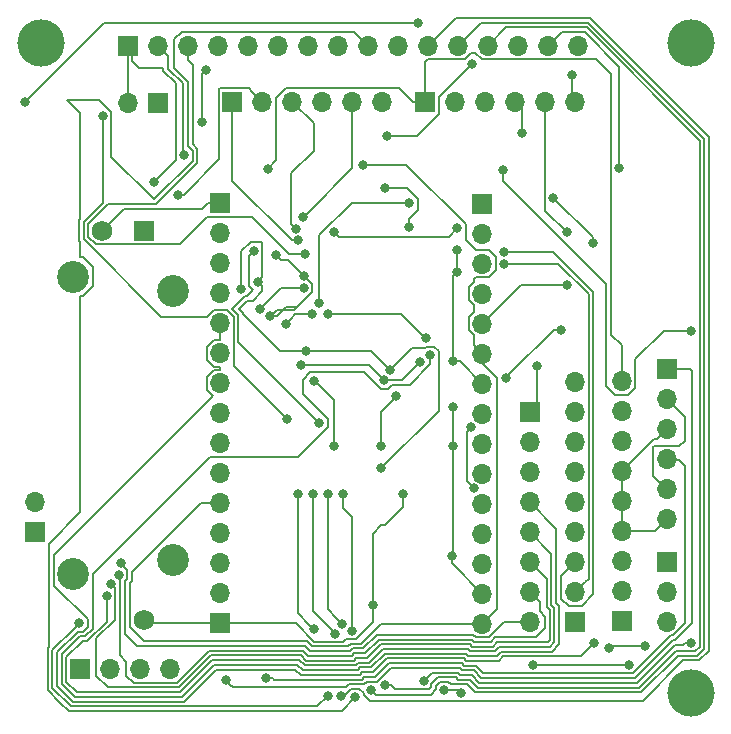
<source format=gbr>
G04 #@! TF.GenerationSoftware,KiCad,Pcbnew,(5.1.0)-1*
G04 #@! TF.CreationDate,2019-05-16T14:17:18+05:30*
G04 #@! TF.ProjectId,Console,436f6e73-6f6c-4652-9e6b-696361645f70,2.0.1*
G04 #@! TF.SameCoordinates,Original*
G04 #@! TF.FileFunction,Copper,L2,Bot*
G04 #@! TF.FilePolarity,Positive*
%FSLAX46Y46*%
G04 Gerber Fmt 4.6, Leading zero omitted, Abs format (unit mm)*
G04 Created by KiCad (PCBNEW (5.1.0)-1) date 2019-05-16 14:17:18*
%MOMM*%
%LPD*%
G04 APERTURE LIST*
%ADD10O,1.700000X1.700000*%
%ADD11R,1.700000X1.700000*%
%ADD12R,1.750000X1.750000*%
%ADD13C,1.750000*%
%ADD14C,2.700000*%
%ADD15C,4.000000*%
%ADD16C,0.800000*%
%ADD17C,0.200000*%
G04 APERTURE END LIST*
D10*
X59690000Y-71628000D03*
D11*
X59690000Y-74168000D03*
D10*
X109347000Y-61442600D03*
X109347000Y-63982600D03*
X109347000Y-66522600D03*
X109347000Y-69062600D03*
X109347000Y-71602600D03*
X109347000Y-74142600D03*
X109347000Y-76682600D03*
X109347000Y-79222600D03*
D11*
X109347000Y-81762600D03*
D10*
X113157000Y-81788000D03*
X113157000Y-79248000D03*
D11*
X113157000Y-76708000D03*
D10*
X101574600Y-81813400D03*
X101574600Y-79273400D03*
X101574600Y-76733400D03*
X101574600Y-74193400D03*
X101574600Y-71653400D03*
X101574600Y-69113400D03*
X101574600Y-66573400D03*
D11*
X101574600Y-64033400D03*
D10*
X113182400Y-73101200D03*
X113182400Y-70561200D03*
X113182400Y-68021200D03*
X113182400Y-65481200D03*
X113182400Y-62941200D03*
D11*
X113182400Y-60401200D03*
D10*
X97561400Y-81940400D03*
X97561400Y-79400400D03*
X97561400Y-76860400D03*
X97561400Y-74320400D03*
X97561400Y-71780400D03*
X97561400Y-69240400D03*
X97561400Y-66700400D03*
X97561400Y-64160400D03*
X97561400Y-61620400D03*
X97561400Y-59080400D03*
X97561400Y-56540400D03*
X97561400Y-54000400D03*
X97561400Y-51460400D03*
X97561400Y-48920400D03*
D11*
X97561400Y-46380400D03*
X75361800Y-81915000D03*
D10*
X75361800Y-79375000D03*
X75361800Y-76835000D03*
X75361800Y-74295000D03*
X75361800Y-71755000D03*
X75361800Y-69215000D03*
X75361800Y-66675000D03*
X75361800Y-64135000D03*
X75361800Y-61595000D03*
X75361800Y-59055000D03*
X75361800Y-56515000D03*
X75361800Y-53975000D03*
X75361800Y-51435000D03*
X75361800Y-48895000D03*
X75361800Y-46355000D03*
X105664000Y-33020000D03*
X103124000Y-33020000D03*
X100584000Y-33020000D03*
X98044000Y-33020000D03*
X95504000Y-33020000D03*
X92964000Y-33020000D03*
X90424000Y-33020000D03*
X87884000Y-33020000D03*
X85344000Y-33020000D03*
X82804000Y-33020000D03*
X80264000Y-33020000D03*
X77724000Y-33020000D03*
X75184000Y-33020000D03*
X72644000Y-33020000D03*
X70104000Y-33020000D03*
D11*
X67564000Y-33020000D03*
D10*
X105410000Y-37744400D03*
X102870000Y-37744400D03*
X100330000Y-37744400D03*
X97790000Y-37744400D03*
X95250000Y-37744400D03*
D11*
X92710000Y-37744400D03*
D10*
X89103200Y-37744400D03*
X86563200Y-37744400D03*
X84023200Y-37744400D03*
X81483200Y-37744400D03*
X78943200Y-37744400D03*
D11*
X76403200Y-37744400D03*
D10*
X97561400Y-46380400D03*
X97561400Y-69240400D03*
X97561400Y-76860400D03*
X97561400Y-59080400D03*
X97561400Y-56540400D03*
X97561400Y-71780400D03*
X97561400Y-64160400D03*
X97561400Y-74320400D03*
X97561400Y-81940400D03*
X97561400Y-54000400D03*
X97561400Y-61620400D03*
X97561400Y-51460400D03*
X97561400Y-66700400D03*
X97561400Y-48920400D03*
X97561400Y-79400400D03*
X75361800Y-66675000D03*
X75361800Y-74295000D03*
X75361800Y-51435000D03*
X75361800Y-71755000D03*
X75361800Y-79375000D03*
D11*
X75361800Y-46355000D03*
D10*
X75361800Y-61595000D03*
X75361800Y-69215000D03*
X75361800Y-81915000D03*
X75361800Y-76835000D03*
X75361800Y-59055000D03*
X75361800Y-56515000D03*
X75361800Y-48895000D03*
X75361800Y-53975000D03*
X75361800Y-64135000D03*
D11*
X70104000Y-37846000D03*
D10*
X67564000Y-37846000D03*
D11*
X105410000Y-81838800D03*
D10*
X105410000Y-79298800D03*
X105410000Y-76758800D03*
X105410000Y-74218800D03*
X105410000Y-71678800D03*
X105410000Y-69138800D03*
X105410000Y-66598800D03*
X105410000Y-64058800D03*
X105410000Y-61518800D03*
D11*
X63500000Y-85801200D03*
D10*
X66040000Y-85801200D03*
X68580000Y-85801200D03*
X71120000Y-85801200D03*
D12*
X68884800Y-48666400D03*
D13*
X65384800Y-48666400D03*
X68884800Y-81666400D03*
D14*
X71334800Y-53766400D03*
X71334800Y-76566400D03*
X62934800Y-52566400D03*
X62934800Y-77766400D03*
D15*
X60198000Y-32766000D03*
X115189000Y-32766000D03*
X115189000Y-87807800D03*
D16*
X91389200Y-46329600D03*
X88265000Y-80341200D03*
X90805000Y-70941200D03*
X89001600Y-68778600D03*
X83770409Y-54768612D03*
X89718412Y-60454814D03*
X82628439Y-58893842D03*
X77139314Y-53601994D03*
X78536801Y-52998011D03*
X72328010Y-42252412D03*
X69748400Y-44551600D03*
X95046800Y-59718798D03*
X95402400Y-52176200D03*
X95453200Y-50338200D03*
X89306400Y-45059600D03*
X91338400Y-48401210D03*
X100888800Y-40390600D03*
X103581200Y-45872400D03*
X106889200Y-49683200D03*
X95046800Y-63618798D03*
X95046800Y-66908200D03*
X71781200Y-45612400D03*
X92318456Y-59766330D03*
X89276737Y-61352003D03*
X82245200Y-60045600D03*
X82426326Y-52531131D03*
X79584201Y-55919610D03*
X80124625Y-50736175D03*
X94956390Y-76200000D03*
X104228582Y-57061418D03*
X99530938Y-61162696D03*
X92075000Y-31115000D03*
X96659476Y-34556476D03*
X89481900Y-40690800D03*
X58881123Y-37737953D03*
X99314000Y-43561000D03*
X115189000Y-57150000D03*
X109982000Y-85457256D03*
X101854000Y-85457256D03*
X73787000Y-39497000D03*
X74122923Y-35071027D03*
X83769200Y-64973200D03*
X79372700Y-43434000D03*
X78192390Y-50397985D03*
X82386410Y-47548800D03*
X81796028Y-48509403D03*
X81990156Y-49490392D03*
X99411401Y-51460400D03*
X99357518Y-50461851D03*
X107010200Y-83608979D03*
X81026000Y-64643000D03*
X65450199Y-38978313D03*
X85725000Y-70941200D03*
X86516431Y-82547111D03*
X92609557Y-86789215D03*
X115265200Y-83566000D03*
X84455000Y-70941200D03*
X85672447Y-81941212D03*
X89300792Y-87170440D03*
X83185000Y-70941200D03*
X85116419Y-82780857D03*
X88148048Y-87549194D03*
X81915000Y-70941200D03*
X83312000Y-82423000D03*
X85625060Y-88086951D03*
X75819000Y-86741000D03*
X79248000Y-86558087D03*
X104749600Y-53238400D03*
X104721900Y-48818800D03*
X80919671Y-56559020D03*
X83107125Y-55759522D03*
X84507136Y-55727724D03*
X92752355Y-57786443D03*
X105156000Y-35494389D03*
X82424432Y-53531141D03*
X78740000Y-55321200D03*
X111365584Y-83858181D03*
X108254798Y-84008990D03*
X95453200Y-48463200D03*
X85043276Y-48818610D03*
X89001600Y-66903600D03*
X90290550Y-62710864D03*
X84988400Y-66903600D03*
X83312000Y-61366400D03*
X109169200Y-43383200D03*
X94342282Y-87590390D03*
X95782829Y-87790525D03*
X86813596Y-88180979D03*
X84455000Y-88086951D03*
X63438010Y-81915000D03*
X82556582Y-50666418D03*
X87431400Y-43078400D03*
X66767416Y-77833820D03*
X66944084Y-76849537D03*
X66143032Y-78614953D03*
X65743022Y-79591014D03*
X93167200Y-59182000D03*
X102209600Y-60096400D03*
X96621600Y-65303400D03*
X96822884Y-70488238D03*
D17*
X69133400Y-81915000D02*
X75361800Y-81915000D01*
X68884800Y-81666400D02*
X69133400Y-81915000D01*
X88265000Y-74345800D02*
X88265000Y-80341200D01*
X89001600Y-73609200D02*
X88265000Y-74345800D01*
X89306400Y-73609200D02*
X89001600Y-73609200D01*
X90805000Y-70941200D02*
X90805000Y-72110600D01*
X90805000Y-72110600D02*
X89306400Y-73609200D01*
X86823913Y-83249093D02*
X85990169Y-83249093D01*
X81767996Y-81915000D02*
X76563881Y-81915000D01*
X85990169Y-83249093D02*
X85758395Y-83480867D01*
X85758395Y-83480867D02*
X83333863Y-83480867D01*
X76563881Y-81915000D02*
X75361800Y-81915000D01*
X83333863Y-83480867D02*
X81767996Y-81915000D01*
X88265000Y-80341200D02*
X88265000Y-81808006D01*
X88265000Y-81808006D02*
X86823913Y-83249093D01*
X86496284Y-46329600D02*
X83770409Y-49055475D01*
X83770409Y-49055475D02*
X83770409Y-54202927D01*
X91389200Y-46329600D02*
X86496284Y-46329600D01*
X83770409Y-54202927D02*
X83770409Y-54768612D01*
X91618450Y-58583599D02*
X90156597Y-60045452D01*
X92729599Y-58583599D02*
X91618450Y-58583599D01*
X89727775Y-60445451D02*
X89718412Y-60454814D01*
X89001600Y-68778600D02*
X93867201Y-63912999D01*
X93503201Y-58481999D02*
X92831199Y-58481999D01*
X89756598Y-60445451D02*
X89727775Y-60445451D01*
X92831199Y-58481999D02*
X92729599Y-58583599D01*
X90156597Y-60045452D02*
X89756598Y-60445451D01*
X93867201Y-58845999D02*
X93503201Y-58481999D01*
X93867201Y-63912999D02*
X93867201Y-58845999D01*
X88157440Y-58893842D02*
X83194124Y-58893842D01*
X89718412Y-60454814D02*
X88157440Y-58893842D01*
X83194124Y-58893842D02*
X82628439Y-58893842D01*
X78936800Y-49706798D02*
X78936800Y-52598012D01*
X77962374Y-49591999D02*
X78822001Y-49591999D01*
X78822001Y-49591999D02*
X78936800Y-49706798D01*
X77139314Y-50415059D02*
X77962374Y-49591999D01*
X77139314Y-53601994D02*
X77139314Y-50415059D01*
X78936800Y-52598012D02*
X78536801Y-52998011D01*
X78936800Y-53398010D02*
X78536801Y-52998011D01*
X78936800Y-53794248D02*
X78936800Y-53398010D01*
X78109851Y-54621197D02*
X78936800Y-53794248D01*
X77641999Y-54621197D02*
X78109851Y-54621197D01*
X76971699Y-55291497D02*
X77641999Y-54621197D01*
X77311823Y-55631621D02*
X76971699Y-55291497D01*
X80463840Y-58893842D02*
X77311823Y-55741825D01*
X82628439Y-58893842D02*
X80463840Y-58893842D01*
X77311823Y-55741825D02*
X77311823Y-55631621D01*
X72201010Y-36202310D02*
X72201010Y-42125412D01*
X70104000Y-33020000D02*
X70953999Y-33869999D01*
X72201010Y-42125412D02*
X72328010Y-42252412D01*
X70953999Y-33869999D02*
X70953999Y-34955299D01*
X70953999Y-34955299D02*
X72201010Y-36202310D01*
X97561400Y-61620400D02*
X95659798Y-59718798D01*
X95659798Y-59718798D02*
X95046800Y-59718798D01*
X95046800Y-59718798D02*
X95046800Y-52531800D01*
X95046800Y-52531800D02*
X95402400Y-52176200D01*
X95402400Y-52176200D02*
X95402400Y-50389000D01*
X95402400Y-50389000D02*
X95453200Y-50338200D01*
X91338400Y-47712390D02*
X91338400Y-48401210D01*
X91155202Y-45059600D02*
X92089201Y-45993599D01*
X92089201Y-46961589D02*
X91338400Y-47712390D01*
X92089201Y-45993599D02*
X92089201Y-46961589D01*
X89306400Y-45059600D02*
X91155202Y-45059600D01*
X100888800Y-38303200D02*
X100330000Y-37744400D01*
X100888800Y-40390600D02*
X100888800Y-38303200D01*
X103581200Y-45872400D02*
X106889200Y-49180400D01*
X106889200Y-49180400D02*
X106889200Y-49683200D01*
X95046800Y-63618798D02*
X95046800Y-66908200D01*
X78093201Y-36894401D02*
X78943200Y-37744400D01*
X77793199Y-36594399D02*
X78093201Y-36894401D01*
X75313199Y-36594399D02*
X77793199Y-36594399D01*
X75253199Y-36654399D02*
X75313199Y-36594399D01*
X75253199Y-42640401D02*
X75253199Y-36654399D01*
X72281200Y-45612400D02*
X75253199Y-42640401D01*
X71781200Y-45612400D02*
X72281200Y-45612400D01*
X89306751Y-61321989D02*
X90762797Y-61321989D01*
X91918457Y-60166329D02*
X92318456Y-59766330D01*
X90762797Y-61321989D02*
X91918457Y-60166329D01*
X89276737Y-61352003D02*
X89306751Y-61321989D01*
X89276737Y-61352003D02*
X87970334Y-60045600D01*
X82810885Y-60045600D02*
X82245200Y-60045600D01*
X87970334Y-60045600D02*
X82810885Y-60045600D01*
X80907085Y-55162411D02*
X80149886Y-55919610D01*
X81829166Y-55162411D02*
X80907085Y-55162411D01*
X80149886Y-55919610D02*
X79584201Y-55919610D01*
X83124434Y-53867143D02*
X81829166Y-55162411D01*
X83124434Y-53229239D02*
X83124434Y-53867143D01*
X82426326Y-52531131D02*
X83124434Y-53229239D01*
X80144299Y-55359512D02*
X79984200Y-55519611D01*
X79984200Y-55519611D02*
X79584201Y-55919610D01*
X81632063Y-55359512D02*
X80144299Y-55359512D01*
X83124433Y-53867142D02*
X81632063Y-55359512D01*
X83124433Y-53195140D02*
X83124433Y-53867142D01*
X81065467Y-51136174D02*
X83124433Y-53195140D01*
X80524624Y-51136174D02*
X81065467Y-51136174D01*
X80124625Y-50736175D02*
X80524624Y-51136174D01*
X95046800Y-76109590D02*
X94956390Y-76200000D01*
X97561400Y-79400400D02*
X94956390Y-76795390D01*
X94956390Y-76795390D02*
X94956390Y-76765685D01*
X95046800Y-66908200D02*
X95046800Y-76109590D01*
X94956390Y-76765685D02*
X94956390Y-76200000D01*
X112307001Y-69762001D02*
X113157000Y-70612000D01*
X112006999Y-66981999D02*
X112006999Y-69461999D01*
X112579599Y-66921999D02*
X112066999Y-66921999D01*
X112066999Y-66921999D02*
X112006999Y-66981999D01*
X112630399Y-66871199D02*
X112579599Y-66921999D01*
X113182400Y-62941200D02*
X114707011Y-64465811D01*
X114707011Y-66461989D02*
X114247001Y-66921999D01*
X114247001Y-66921999D02*
X113785201Y-66921999D01*
X114707011Y-64465811D02*
X114707011Y-66461989D01*
X113785201Y-66921999D02*
X113734401Y-66871199D01*
X112006999Y-69461999D02*
X112307001Y-69762001D01*
X113734401Y-66871199D02*
X112630399Y-66871199D01*
X103632216Y-57061418D02*
X99930937Y-60762697D01*
X99930937Y-60762697D02*
X99530938Y-61162696D01*
X104228582Y-57061418D02*
X103632216Y-57061418D01*
X67564000Y-36643919D02*
X67564000Y-33020000D01*
X67564000Y-37846000D02*
X67564000Y-36643919D01*
X71628000Y-42672000D02*
X69748400Y-44551600D01*
X71628000Y-36194998D02*
X71628000Y-42672000D01*
X70553989Y-35120988D02*
X71628000Y-36194998D01*
X70553989Y-34993989D02*
X70553989Y-35120988D01*
X67564000Y-33274000D02*
X67862001Y-33572001D01*
X67862001Y-33572001D02*
X67862001Y-34334001D01*
X67862001Y-34334001D02*
X68453000Y-34925000D01*
X68453000Y-34925000D02*
X70485000Y-34925000D01*
X67564000Y-33020000D02*
X67564000Y-33274000D01*
X70485000Y-34925000D02*
X70553989Y-34993989D01*
X92003602Y-40690800D02*
X89481900Y-40690800D01*
X93860001Y-38834401D02*
X92003602Y-40690800D01*
X93860001Y-37355951D02*
X93860001Y-38834401D01*
X96659476Y-34556476D02*
X93860001Y-37355951D01*
X65504076Y-31115000D02*
X59281122Y-37337954D01*
X92075000Y-31115000D02*
X65504076Y-31115000D01*
X59281122Y-37337954D02*
X58881123Y-37737953D01*
X112903000Y-57150000D02*
X115189000Y-57150000D01*
X99314000Y-44446902D02*
X108069189Y-53202091D01*
X99314000Y-43561000D02*
X99314000Y-44446902D01*
X108069189Y-53202091D02*
X108069189Y-61866791D01*
X108069189Y-61866791D02*
X108794999Y-62592601D01*
X110497001Y-61994601D02*
X110497001Y-59555999D01*
X108794999Y-62592601D02*
X109899001Y-62592601D01*
X110497001Y-59555999D02*
X112903000Y-57150000D01*
X109899001Y-62592601D02*
X110497001Y-61994601D01*
X109982000Y-85457256D02*
X101854000Y-85457256D01*
X73787000Y-39497000D02*
X73787000Y-35406950D01*
X73787000Y-35406950D02*
X74122923Y-35071027D01*
X91660000Y-37744400D02*
X92710000Y-37744400D01*
X90509999Y-36594399D02*
X91660000Y-37744400D01*
X80931199Y-36594399D02*
X90509999Y-36594399D01*
X80093201Y-37432397D02*
X80931199Y-36594399D01*
X80093201Y-42713499D02*
X80093201Y-37432397D01*
X79372700Y-43434000D02*
X80093201Y-42713499D01*
X76405999Y-55291497D02*
X77476310Y-54221186D01*
X83769200Y-64973200D02*
X76911812Y-58115812D01*
X76911812Y-55797310D02*
X76405999Y-55291497D01*
X77626825Y-54221186D02*
X78149998Y-53698013D01*
X78149998Y-53698013D02*
X77785998Y-53334013D01*
X77785998Y-50804377D02*
X78192390Y-50397985D01*
X77785998Y-53334013D02*
X77785998Y-50804377D01*
X76911812Y-58115812D02*
X76911812Y-55797310D01*
X77476310Y-54221186D02*
X77626825Y-54221186D01*
X109347000Y-59436000D02*
X109347000Y-61442600D01*
X108469199Y-35444199D02*
X108469199Y-57508199D01*
X107188000Y-34163000D02*
X108469199Y-35444199D01*
X106223002Y-34163000D02*
X107188000Y-34163000D01*
X101143002Y-34163000D02*
X102564998Y-34163000D01*
X96976998Y-33655000D02*
X97491999Y-34170001D01*
X100031999Y-34170001D02*
X101136001Y-34170001D01*
X105111999Y-34170001D02*
X106216001Y-34170001D01*
X93523002Y-34163000D02*
X94944998Y-34163000D01*
X103676001Y-34170001D02*
X103683002Y-34163000D01*
X93516001Y-34170001D02*
X93523002Y-34163000D01*
X102564998Y-34163000D02*
X102571999Y-34170001D01*
X92956999Y-34170001D02*
X93516001Y-34170001D01*
X108469199Y-57508199D02*
X109347000Y-58386000D01*
X94951999Y-34170001D02*
X96056001Y-34170001D01*
X103683002Y-34163000D02*
X105104998Y-34163000D01*
X92710000Y-37744400D02*
X92710000Y-34417000D01*
X97491999Y-34170001D02*
X98596001Y-34170001D01*
X109347000Y-58386000D02*
X109347000Y-59436000D01*
X96056001Y-34170001D02*
X96571002Y-33655000D01*
X105104998Y-34163000D02*
X105111999Y-34170001D01*
X96571002Y-33655000D02*
X96976998Y-33655000D01*
X92710000Y-34417000D02*
X92956999Y-34170001D01*
X98596001Y-34170001D02*
X98603002Y-34163000D01*
X100024998Y-34163000D02*
X100031999Y-34170001D01*
X106216001Y-34170001D02*
X106223002Y-34163000D01*
X94944998Y-34163000D02*
X94951999Y-34170001D01*
X98603002Y-34163000D02*
X100024998Y-34163000D01*
X102571999Y-34170001D02*
X103676001Y-34170001D01*
X101136001Y-34170001D02*
X101143002Y-34163000D01*
X86563200Y-43372010D02*
X82786409Y-47148801D01*
X82786409Y-47148801D02*
X82386410Y-47548800D01*
X86563200Y-37744400D02*
X86563200Y-43372010D01*
X81396029Y-48109404D02*
X81796028Y-48509403D01*
X81483200Y-37744400D02*
X83293601Y-39554801D01*
X83293601Y-39554801D02*
X83293601Y-41903201D01*
X83293601Y-41903201D02*
X81396029Y-43800773D01*
X81396029Y-43800773D02*
X81396029Y-48109404D01*
X76403200Y-37744400D02*
X76403200Y-44469121D01*
X76403200Y-44469121D02*
X81424471Y-49490392D01*
X81424471Y-49490392D02*
X81990156Y-49490392D01*
X106259999Y-78448801D02*
X105410000Y-79298800D01*
X106560001Y-78148799D02*
X106259999Y-78448801D01*
X106560001Y-54012799D02*
X106560001Y-78148799D01*
X104007602Y-51460400D02*
X106560001Y-54012799D01*
X99411401Y-51460400D02*
X104007602Y-51460400D01*
X104560001Y-77608799D02*
X105410000Y-76758800D01*
X104259999Y-77908801D02*
X104560001Y-77608799D01*
X104259999Y-79850801D02*
X104259999Y-77908801D01*
X104857999Y-80448801D02*
X104259999Y-79850801D01*
X105962001Y-80448801D02*
X104857999Y-80448801D01*
X106960011Y-79450791D02*
X105962001Y-80448801D01*
X106960011Y-53847110D02*
X106960011Y-79450791D01*
X103574751Y-50461851D02*
X106960011Y-53847110D01*
X99357518Y-50461851D02*
X103574751Y-50461851D01*
X106610201Y-84008978D02*
X107010200Y-83608979D01*
X98941846Y-85090456D02*
X99323302Y-84709000D01*
X96180954Y-85090456D02*
X98941846Y-85090456D01*
X95980831Y-84890333D02*
X96180954Y-85090456D01*
X88300698Y-86049170D02*
X89459535Y-84890333D01*
X87398383Y-86049170D02*
X88300698Y-86049170D01*
X99323302Y-84709000D02*
X105910179Y-84709000D01*
X82174040Y-86280944D02*
X87166609Y-86280944D01*
X81734387Y-85841291D02*
X82174040Y-86280944D01*
X75044711Y-85841291D02*
X81734387Y-85841291D01*
X62878648Y-88551245D02*
X72334757Y-88551245D01*
X61549977Y-84379821D02*
X61549977Y-87222574D01*
X61549977Y-87222574D02*
X62878648Y-88551245D01*
X63314796Y-82615002D02*
X61549977Y-84379821D01*
X63774012Y-82615002D02*
X63314796Y-82615002D01*
X74809799Y-60205001D02*
X75361800Y-60205001D01*
X75361800Y-60205001D02*
X75361800Y-60444999D01*
X74211799Y-59607001D02*
X74809799Y-60205001D01*
X64138012Y-81578998D02*
X64138012Y-82251002D01*
X74211799Y-58502999D02*
X74211799Y-59607001D01*
X74211799Y-62147001D02*
X74739399Y-62674601D01*
X74809799Y-57904999D02*
X74211799Y-58502999D01*
X105910179Y-84709000D02*
X106610201Y-84008978D01*
X64138012Y-82251002D02*
X63774012Y-82615002D01*
X89459535Y-84890333D02*
X95980831Y-84890333D01*
X75361800Y-60444999D02*
X74809799Y-60444999D01*
X72334757Y-88551245D02*
X75044711Y-85841291D01*
X74809799Y-60444999D02*
X74211799Y-61042999D01*
X61284799Y-76129201D02*
X61284799Y-78725785D01*
X74211799Y-61042999D02*
X74211799Y-62147001D01*
X87166609Y-86280944D02*
X87398383Y-86049170D01*
X75361800Y-57904999D02*
X74809799Y-57904999D01*
X74739399Y-62674601D02*
X61284799Y-76129201D01*
X75361800Y-56515000D02*
X75361800Y-57904999D01*
X61284799Y-78725785D02*
X64138012Y-81578998D01*
X81026000Y-64643000D02*
X76511801Y-60128801D01*
X74809799Y-55364999D02*
X74211799Y-55962999D01*
X63809788Y-49396090D02*
X63809788Y-47936710D01*
X65450199Y-39543998D02*
X65450199Y-38978313D01*
X65450199Y-46296299D02*
X65450199Y-39543998D01*
X75913801Y-55364999D02*
X74809799Y-55364999D01*
X76511801Y-55962999D02*
X75913801Y-55364999D01*
X63809788Y-47936710D02*
X65450199Y-46296299D01*
X74211799Y-55962999D02*
X70376698Y-55962999D01*
X70376698Y-55962999D02*
X63809788Y-49396090D01*
X76511801Y-60128801D02*
X76511801Y-55962999D01*
X85725000Y-72141200D02*
X86516431Y-72932631D01*
X86516431Y-81981426D02*
X86516431Y-82547111D01*
X86516431Y-72932631D02*
X86516431Y-81981426D01*
X85725000Y-70941200D02*
X85725000Y-72141200D01*
X114527492Y-83738023D02*
X114699515Y-83566000D01*
X110684822Y-86957278D02*
X113904077Y-83738023D01*
X92609557Y-86789215D02*
X93308406Y-86090366D01*
X97317121Y-86957278D02*
X110684822Y-86957278D01*
X93308406Y-86090366D02*
X95483764Y-86090366D01*
X114699515Y-83566000D02*
X115265200Y-83566000D01*
X95483764Y-86090366D02*
X95683887Y-86290489D01*
X95683887Y-86290489D02*
X96650332Y-86290489D01*
X113904077Y-83738023D02*
X114527492Y-83738023D01*
X96650332Y-86290489D02*
X97317121Y-86957278D01*
X84455000Y-70941200D02*
X84455000Y-80723765D01*
X85272448Y-81541213D02*
X85672447Y-81941212D01*
X84455000Y-80723765D02*
X85272448Y-81541213D01*
X97151432Y-87357289D02*
X96484643Y-86690500D01*
X99594009Y-31469991D02*
X106381690Y-31469991D01*
X110850511Y-87357289D02*
X97151432Y-87357289D01*
X106381690Y-31469991D02*
X115965201Y-41053502D01*
X93242269Y-87088699D02*
X93242269Y-87317929D01*
X95518198Y-86690500D02*
X95318075Y-86490377D01*
X98044000Y-33020000D02*
X99594009Y-31469991D01*
X90186415Y-87490378D02*
X89866477Y-87170440D01*
X115601201Y-84266001D02*
X113941799Y-84266001D01*
X113941799Y-84266001D02*
X110850511Y-87357289D01*
X115965201Y-41053502D02*
X115965201Y-83902001D01*
X89866477Y-87170440D02*
X89300792Y-87170440D01*
X93069820Y-87490378D02*
X90186415Y-87490378D01*
X93840591Y-86490377D02*
X93242269Y-87088699D01*
X93242269Y-87317929D02*
X93069820Y-87490378D01*
X95318075Y-86490377D02*
X93840591Y-86490377D01*
X96484643Y-86690500D02*
X95518198Y-86690500D01*
X115965201Y-83902001D02*
X115601201Y-84266001D01*
X83185000Y-70941200D02*
X83185000Y-80849438D01*
X83185000Y-80849438D02*
X84716420Y-82380858D01*
X84716420Y-82380858D02*
X85116419Y-82780857D01*
X116365212Y-84067690D02*
X115766890Y-84666012D01*
X93642280Y-87254388D02*
X93642280Y-87483618D01*
X95504000Y-33020000D02*
X97454020Y-31069980D01*
X116365212Y-40887813D02*
X116365212Y-84067690D01*
X94678284Y-86890388D02*
X94006280Y-86890388D01*
X93176705Y-87949193D02*
X88548047Y-87949193D01*
X93642280Y-87483618D02*
X93176705Y-87949193D01*
X88548047Y-87949193D02*
X88148048Y-87549194D01*
X96936120Y-87757300D02*
X96269331Y-87090511D01*
X94006280Y-86890388D02*
X93642280Y-87254388D01*
X94878407Y-87090511D02*
X94678284Y-86890388D01*
X96269331Y-87090511D02*
X94878407Y-87090511D01*
X111016200Y-87757300D02*
X96936120Y-87757300D01*
X114107488Y-84666012D02*
X111016200Y-87757300D01*
X115766890Y-84666012D02*
X114107488Y-84666012D01*
X106547379Y-31069980D02*
X116365212Y-40887813D01*
X97454020Y-31069980D02*
X106547379Y-31069980D01*
X81915000Y-70941200D02*
X81915000Y-81026000D01*
X82912001Y-82023001D02*
X83312000Y-82423000D01*
X81915000Y-81026000D02*
X82912001Y-82023001D01*
X88032148Y-88490527D02*
X87513598Y-87971977D01*
X87513598Y-87971977D02*
X87513598Y-87844977D01*
X95314031Y-30669969D02*
X106713068Y-30669969D01*
X106713068Y-30669969D02*
X116765223Y-40722124D01*
X116765223Y-40722124D02*
X116765223Y-84233379D01*
X87513598Y-87844977D02*
X87149598Y-87480977D01*
X115932579Y-85066023D02*
X114547021Y-85066023D01*
X86477594Y-87480977D02*
X85871620Y-88086951D01*
X114547021Y-85066023D02*
X111122517Y-88490527D01*
X92964000Y-33020000D02*
X95314031Y-30669969D01*
X85871620Y-88086951D02*
X85625060Y-88086951D01*
X116765223Y-84233379D02*
X115932579Y-85066023D01*
X87149598Y-87480977D02*
X86477594Y-87480977D01*
X111122517Y-88490527D02*
X88032148Y-88490527D01*
X76218999Y-87140999D02*
X75819000Y-86741000D01*
X76412966Y-87334966D02*
X76218999Y-87140999D01*
X113738388Y-83338012D02*
X110519133Y-86557267D01*
X87812046Y-86849192D02*
X87580272Y-87080966D01*
X95649453Y-85690355D02*
X89790913Y-85690355D01*
X115316000Y-81896702D02*
X113874690Y-83338012D01*
X113182400Y-60401200D02*
X115172200Y-60401200D01*
X115172200Y-60401200D02*
X115316000Y-60545000D01*
X110519133Y-86557267D02*
X97482810Y-86557267D01*
X115316000Y-60545000D02*
X115316000Y-81896702D01*
X89790913Y-85690355D02*
X88632076Y-86849192D01*
X113874690Y-83338012D02*
X113738388Y-83338012D01*
X97482810Y-86557267D02*
X96816021Y-85890478D01*
X86057905Y-87334966D02*
X76412966Y-87334966D01*
X96816021Y-85890478D02*
X95849576Y-85890478D01*
X95849576Y-85890478D02*
X95649453Y-85690355D01*
X88632076Y-86849192D02*
X87812046Y-86849192D01*
X87580272Y-87080966D02*
X86311905Y-87080966D01*
X86311905Y-87080966D02*
X86057905Y-87334966D01*
X79813685Y-86558087D02*
X79248000Y-86558087D01*
X113572699Y-82938001D02*
X110353444Y-86157256D01*
X113709001Y-82938001D02*
X113572699Y-82938001D01*
X88466387Y-86449181D02*
X87564072Y-86449181D01*
X114731800Y-81915202D02*
X113709001Y-82938001D01*
X79936553Y-86680955D02*
X79813685Y-86558087D01*
X114731800Y-68596800D02*
X114731800Y-81915202D01*
X113157000Y-68072000D02*
X114207000Y-68072000D01*
X114207000Y-68072000D02*
X114731800Y-68596800D01*
X87564072Y-86449181D02*
X87332298Y-86680955D01*
X110353444Y-86157256D02*
X97648499Y-86157256D01*
X97648499Y-86157256D02*
X96981710Y-85490467D01*
X89625224Y-85290344D02*
X88466387Y-86449181D01*
X96981710Y-85490467D02*
X96015265Y-85490467D01*
X96015265Y-85490467D02*
X95815142Y-85290344D01*
X95815142Y-85290344D02*
X89625224Y-85290344D01*
X87332298Y-86680955D02*
X79936553Y-86680955D01*
X66259799Y-47791401D02*
X65384800Y-48666400D01*
X74311800Y-46355000D02*
X73841980Y-46824820D01*
X67226380Y-46824820D02*
X66259799Y-47791401D01*
X73841980Y-46824820D02*
X67226380Y-46824820D01*
X75361800Y-46355000D02*
X74311800Y-46355000D01*
X102870000Y-37744400D02*
X102870000Y-46966900D01*
X102870000Y-46966900D02*
X104721900Y-48818800D01*
X81319670Y-56159021D02*
X80919671Y-56559020D01*
X83107125Y-55759522D02*
X81719169Y-55759522D01*
X81719169Y-55759522D02*
X81319670Y-56159021D01*
X92352356Y-57386444D02*
X92752355Y-57786443D01*
X84507136Y-55727724D02*
X90693636Y-55727724D01*
X90693636Y-55727724D02*
X92352356Y-57386444D01*
X100863400Y-53238400D02*
X98411399Y-55690401D01*
X98411399Y-55690401D02*
X97561400Y-56540400D01*
X104749600Y-53238400D02*
X100863400Y-53238400D01*
X105156000Y-37490400D02*
X105410000Y-37744400D01*
X105156000Y-35494389D02*
X105156000Y-37490400D01*
X79139999Y-54921201D02*
X78740000Y-55321200D01*
X82424432Y-53531141D02*
X80530059Y-53531141D01*
X80530059Y-53531141D02*
X79139999Y-54921201D01*
X108405607Y-83858181D02*
X108254798Y-84008990D01*
X111365584Y-83858181D02*
X108405607Y-83858181D01*
X95453200Y-48463200D02*
X94697791Y-49218609D01*
X94697791Y-49218609D02*
X85443275Y-49218609D01*
X85443275Y-49218609D02*
X85043276Y-48818610D01*
X89890551Y-63110863D02*
X90290550Y-62710864D01*
X89001600Y-63999814D02*
X89890551Y-63110863D01*
X89001600Y-66903600D02*
X89001600Y-63999814D01*
X84988400Y-66903600D02*
X84988400Y-63042800D01*
X84988400Y-63042800D02*
X83711999Y-61766399D01*
X83711999Y-61766399D02*
X83312000Y-61366400D01*
X109169200Y-34823198D02*
X109169200Y-43383200D01*
X106216001Y-31869999D02*
X109169200Y-34823198D01*
X104274001Y-31869999D02*
X106216001Y-31869999D01*
X103124000Y-33020000D02*
X104274001Y-31869999D01*
X112332401Y-66331199D02*
X113182400Y-65481200D01*
X112092100Y-66331199D02*
X112332401Y-66331199D01*
X110210698Y-68212601D02*
X112092100Y-66331199D01*
X110196999Y-68212601D02*
X110210698Y-68212601D01*
X109347000Y-69062600D02*
X110196999Y-68212601D01*
X109347000Y-70264681D02*
X109347000Y-71602600D01*
X109347000Y-69062600D02*
X109347000Y-70264681D01*
X109347000Y-74142600D02*
X109347000Y-71602600D01*
X112141000Y-74142600D02*
X113182400Y-73101200D01*
X109347000Y-74142600D02*
X112141000Y-74142600D01*
X95582694Y-87590390D02*
X95782829Y-87790525D01*
X94342282Y-87590390D02*
X95582694Y-87590390D01*
X62547270Y-89351267D02*
X85643308Y-89351267D01*
X85643308Y-89351267D02*
X86813596Y-88180979D01*
X61747248Y-88551245D02*
X62547270Y-89351267D01*
X60749955Y-84048443D02*
X60749955Y-87553957D01*
X60833000Y-83965398D02*
X60749955Y-84048443D01*
X60833000Y-75265002D02*
X60833000Y-83965398D01*
X63500000Y-72517000D02*
X60840001Y-75176999D01*
X63500000Y-54216401D02*
X63500000Y-72517000D01*
X63726801Y-54216401D02*
X63500000Y-54216401D01*
X64584801Y-53358401D02*
X63726801Y-54216401D01*
X64584801Y-51774399D02*
X64584801Y-53358401D01*
X63726801Y-50916399D02*
X64584801Y-51774399D01*
X61747243Y-88551245D02*
X61747248Y-88551245D01*
X63500000Y-50916399D02*
X63726801Y-50916399D01*
X63500000Y-49652002D02*
X63500000Y-50916399D01*
X63409777Y-49561779D02*
X63500000Y-49652002D01*
X72647012Y-36082612D02*
X72647012Y-41535410D01*
X71493999Y-32467999D02*
X71493999Y-34929599D01*
X65119179Y-37614399D02*
X62401999Y-37614399D01*
X72091999Y-31869999D02*
X71493999Y-32467999D01*
X86733999Y-31869999D02*
X72091999Y-31869999D01*
X62401999Y-37614399D02*
X63500000Y-38712400D01*
X87884000Y-33020000D02*
X86733999Y-31869999D01*
X60840001Y-75176999D02*
X60840001Y-75258001D01*
X63500000Y-47680798D02*
X63409777Y-47771021D01*
X72647012Y-41535410D02*
X73028012Y-41916410D01*
X63409777Y-47771021D02*
X63409777Y-49561779D01*
X73028012Y-41916410D02*
X73028012Y-42745188D01*
X60749955Y-87553957D02*
X61747243Y-88551245D01*
X73028012Y-42745188D02*
X69748400Y-46024800D01*
X69748400Y-46024800D02*
X66150201Y-42426601D01*
X66150201Y-42426601D02*
X66150201Y-38645421D01*
X71493999Y-34929599D02*
X72647012Y-36082612D01*
X66150201Y-38645421D02*
X65119179Y-37614399D01*
X60840001Y-75258001D02*
X60833000Y-75265002D01*
X63500000Y-38712400D02*
X63500000Y-47680798D01*
X63038011Y-82326087D02*
X63038011Y-82314999D01*
X63038011Y-82314999D02*
X63438010Y-81915000D01*
X61149966Y-84214132D02*
X63038011Y-82326087D01*
X84455000Y-88086951D02*
X83590695Y-88951256D01*
X83590695Y-88951256D02*
X62712954Y-88951256D01*
X62712954Y-88951256D02*
X61149966Y-87388268D01*
X61149966Y-87388268D02*
X61149966Y-84214132D01*
X73428023Y-41750721D02*
X73428023Y-42910877D01*
X69914091Y-46424809D02*
X65887389Y-46424809D01*
X73047023Y-41369721D02*
X73428023Y-41750721D01*
X65887389Y-46424809D02*
X64209799Y-48102399D01*
X64209799Y-49230401D02*
X64820799Y-49841401D01*
X73428023Y-42910877D02*
X69914091Y-46424809D01*
X73047023Y-34625104D02*
X73047023Y-41369721D01*
X64820799Y-49841401D02*
X71935399Y-49841401D01*
X64209799Y-48102399D02*
X64209799Y-49230401D01*
X81990897Y-50666418D02*
X82556582Y-50666418D01*
X71935399Y-49841401D02*
X74271799Y-47505001D01*
X72644000Y-33020000D02*
X72644000Y-34222081D01*
X78043672Y-47505001D02*
X81205089Y-50666418D01*
X74271799Y-47505001D02*
X78043672Y-47505001D01*
X81205089Y-50666418D02*
X81990897Y-50666418D01*
X72644000Y-34222081D02*
X73047023Y-34625104D01*
X91104402Y-43078400D02*
X87431400Y-43078400D01*
X96153201Y-48127199D02*
X91104402Y-43078400D01*
X96153201Y-49454201D02*
X96153201Y-48127199D01*
X97009399Y-50310399D02*
X96153201Y-49454201D01*
X96411399Y-55988399D02*
X96824800Y-55574998D01*
X96824800Y-55574998D02*
X96824800Y-54965802D01*
X96824800Y-53034998D02*
X96824800Y-52762698D01*
X98711401Y-52012401D02*
X98711401Y-50908399D01*
X96411399Y-57092401D02*
X96411399Y-55988399D01*
X96824800Y-57505802D02*
X96411399Y-57092401D01*
X96993248Y-52594250D02*
X97009399Y-52610401D01*
X98113401Y-50310399D02*
X97009399Y-50310399D01*
X97561400Y-59080400D02*
X96824800Y-58343800D01*
X96824800Y-58343800D02*
X96824800Y-57505802D01*
X96824800Y-54965802D02*
X96411399Y-54552401D01*
X96824800Y-52762698D02*
X96993248Y-52594250D01*
X96411399Y-54552401D02*
X96411399Y-53448399D01*
X96411399Y-53448399D02*
X96824800Y-53034998D01*
X97009399Y-52610401D02*
X98113401Y-52610401D01*
X98113401Y-52610401D02*
X98711401Y-52012401D01*
X98711401Y-50908399D02*
X98113401Y-50310399D01*
X98831400Y-80670400D02*
X98411399Y-81090401D01*
X97561400Y-59918398D02*
X98831400Y-61188398D01*
X97561400Y-59080400D02*
X97561400Y-59918398D01*
X98411399Y-81090401D02*
X97561400Y-81940400D01*
X98831400Y-61188398D02*
X98831400Y-80670400D01*
X67709799Y-82230401D02*
X67709799Y-78519503D01*
X73704198Y-71755000D02*
X74159719Y-71755000D01*
X67709799Y-78519503D02*
X67867428Y-78361874D01*
X86404248Y-83649104D02*
X86172474Y-83880878D01*
X97561400Y-81940400D02*
X89015268Y-81940400D01*
X87306564Y-83649104D02*
X86404248Y-83649104D01*
X89015268Y-81940400D02*
X87306564Y-83649104D01*
X86172474Y-83880878D02*
X83168174Y-83880878D01*
X74159719Y-71755000D02*
X75361800Y-71755000D01*
X67867428Y-78361874D02*
X67867428Y-77591770D01*
X67867428Y-77591770D02*
X73704198Y-71755000D01*
X83168174Y-83880878D02*
X82728519Y-83441223D01*
X68920621Y-83441223D02*
X67709799Y-82230401D01*
X82728519Y-83441223D02*
X68920621Y-83441223D01*
X101650800Y-79298800D02*
X101625400Y-79273400D01*
X101625400Y-79273400D02*
X101574600Y-79273400D01*
X88796779Y-83290289D02*
X87637942Y-84449126D01*
X66843034Y-77909438D02*
X66767416Y-77833820D01*
X102870000Y-81355998D02*
X102870000Y-82321602D01*
X87637942Y-84449126D02*
X86735627Y-84449126D01*
X102082646Y-83108956D02*
X98660546Y-83108956D01*
X68027999Y-86951201D02*
X67429999Y-86353201D01*
X74381955Y-84241247D02*
X71672001Y-86951201D01*
X96843710Y-83490412D02*
X96643587Y-83290289D01*
X102870000Y-82321602D02*
X102082646Y-83108956D01*
X86503852Y-84680900D02*
X82836796Y-84680900D01*
X71672001Y-86951201D02*
X68027999Y-86951201D01*
X67429999Y-85159199D02*
X66843034Y-84572234D01*
X98660546Y-83108956D02*
X98279090Y-83490412D01*
X66843034Y-84572234D02*
X66843034Y-77909438D01*
X102424599Y-80123399D02*
X102424599Y-80910597D01*
X96643587Y-83290289D02*
X88796779Y-83290289D01*
X67429999Y-86353201D02*
X67429999Y-85159199D01*
X86735627Y-84449126D02*
X86503852Y-84680900D01*
X82397143Y-84241247D02*
X74381955Y-84241247D01*
X98279090Y-83490412D02*
X96843710Y-83490412D01*
X101574600Y-79273400D02*
X102424599Y-80123399D01*
X82836796Y-84680900D02*
X82397143Y-84241247D01*
X102424599Y-80910597D02*
X102870000Y-81355998D01*
X96809276Y-82890278D02*
X88631090Y-82890278D01*
X99365002Y-81838800D02*
X98113401Y-83090401D01*
X86569937Y-84049115D02*
X86338163Y-84280889D01*
X101650800Y-81838800D02*
X99365002Y-81838800D01*
X98113401Y-83090401D02*
X97009399Y-83090401D01*
X97009399Y-83090401D02*
X96809276Y-82890278D01*
X68322036Y-83841234D02*
X67298801Y-82817999D01*
X67298801Y-82817999D02*
X67298801Y-78338437D01*
X67467417Y-77372870D02*
X67344083Y-77249536D01*
X67344083Y-77249536D02*
X66944084Y-76849537D01*
X67467417Y-78169821D02*
X67467417Y-77372870D01*
X67298801Y-78338437D02*
X67467417Y-78169821D01*
X82562830Y-83841234D02*
X68322036Y-83841234D01*
X83002485Y-84280889D02*
X82562830Y-83841234D01*
X86338163Y-84280889D02*
X83002485Y-84280889D01*
X87472253Y-84049115D02*
X86569937Y-84049115D01*
X88631090Y-82890278D02*
X87472253Y-84049115D01*
X71837690Y-87351212D02*
X65888010Y-87351212D01*
X66443023Y-81643091D02*
X66443023Y-78914944D01*
X101574600Y-76733400D02*
X103016011Y-78174811D01*
X103111935Y-83508967D02*
X98826235Y-83508967D01*
X65888010Y-87351212D02*
X64889999Y-86353201D01*
X98826235Y-83508967D02*
X98444779Y-83890423D01*
X64889999Y-83196115D02*
X66443023Y-81643091D01*
X74547644Y-84641258D02*
X71837690Y-87351212D01*
X96477898Y-83690300D02*
X88962468Y-83690300D01*
X64889999Y-86353201D02*
X64889999Y-83196115D01*
X86669541Y-85080911D02*
X82671107Y-85080911D01*
X82231454Y-84641258D02*
X74547644Y-84641258D01*
X86901316Y-84849137D02*
X86669541Y-85080911D01*
X82671107Y-85080911D02*
X82231454Y-84641258D01*
X103016011Y-80521511D02*
X103270011Y-80775511D01*
X98444779Y-83890423D02*
X96678021Y-83890423D01*
X96678021Y-83890423D02*
X96477898Y-83690300D01*
X66443023Y-78914944D02*
X66143032Y-78614953D01*
X87803631Y-84849137D02*
X86901316Y-84849137D01*
X88962468Y-83690300D02*
X87803631Y-84849137D01*
X103270011Y-83350891D02*
X103111935Y-83508967D01*
X103270011Y-80775511D02*
X103270011Y-83350891D01*
X103016011Y-78174811D02*
X103016011Y-80521511D01*
X62349999Y-86891201D02*
X62349999Y-84789415D01*
X101574600Y-74193400D02*
X103416022Y-76034822D01*
X65743022Y-81777392D02*
X65743022Y-80156699D01*
X72003379Y-87751223D02*
X63210021Y-87751223D01*
X74713333Y-85041269D02*
X72003379Y-87751223D01*
X87067005Y-85249148D02*
X86835230Y-85480922D01*
X62349999Y-84789415D02*
X63724390Y-83415024D01*
X98610468Y-84290434D02*
X96512332Y-84290434D01*
X96312209Y-84090311D02*
X89128157Y-84090311D01*
X87969320Y-85249148D02*
X87067005Y-85249148D01*
X65743022Y-80156699D02*
X65743022Y-79591014D01*
X63724390Y-83415024D02*
X64105390Y-83415024D01*
X63210021Y-87751223D02*
X62349999Y-86891201D01*
X82505418Y-85480922D02*
X82065765Y-85041269D01*
X86835230Y-85480922D02*
X82505418Y-85480922D01*
X89128157Y-84090311D02*
X87969320Y-85249148D01*
X96512332Y-84290434D02*
X96312209Y-84090311D01*
X98991924Y-83908978D02*
X98610468Y-84290434D01*
X103277624Y-83908978D02*
X98991924Y-83908978D01*
X103670022Y-83516580D02*
X103277624Y-83908978D01*
X103416022Y-80355822D02*
X103670022Y-80609822D01*
X103416022Y-76034822D02*
X103416022Y-80355822D01*
X103670022Y-80609822D02*
X103670022Y-83516580D01*
X82065765Y-85041269D02*
X74713333Y-85041269D01*
X64105390Y-83415024D02*
X65743022Y-81777392D01*
X89612739Y-62052005D02*
X89942744Y-61722000D01*
X91400224Y-61722000D02*
X93167200Y-59955024D01*
X87555129Y-60666399D02*
X88940735Y-62052005D01*
X63939701Y-83015013D02*
X64584801Y-82369913D01*
X98776157Y-84690445D02*
X96346643Y-84690445D01*
X103816033Y-73894833D02*
X103816033Y-80190133D01*
X89293846Y-84490322D02*
X88135009Y-85649159D01*
X93167200Y-59955024D02*
X93167200Y-59747685D01*
X88940735Y-62052005D02*
X89612739Y-62052005D01*
X64584801Y-82369913D02*
X64584801Y-77743805D01*
X64584801Y-77743805D02*
X74503605Y-67825001D01*
X84469201Y-64637199D02*
X82365681Y-62533679D01*
X82975999Y-60666399D02*
X87555129Y-60666399D01*
X89942744Y-61722000D02*
X91400224Y-61722000D01*
X93167200Y-59747685D02*
X93167200Y-59182000D01*
X82365681Y-61276717D02*
X82975999Y-60666399D01*
X82339729Y-85880933D02*
X81900076Y-85441280D01*
X74503605Y-67825001D02*
X81953401Y-67825001D01*
X104070033Y-83682269D02*
X103443313Y-84308989D01*
X84469201Y-65309201D02*
X84469201Y-64637199D01*
X99157613Y-84308989D02*
X98776157Y-84690445D01*
X81953401Y-67825001D02*
X84469201Y-65309201D01*
X82365681Y-62533679D02*
X82365681Y-61276717D01*
X63044332Y-88151234D02*
X61949988Y-87056890D01*
X63480485Y-83015013D02*
X63939701Y-83015013D01*
X61949988Y-87056890D02*
X61949988Y-84545510D01*
X74879022Y-85441280D02*
X72169068Y-88151234D01*
X72169068Y-88151234D02*
X63044332Y-88151234D01*
X81900076Y-85441280D02*
X74879022Y-85441280D01*
X87000919Y-85880933D02*
X82339729Y-85880933D01*
X87232694Y-85649159D02*
X87000919Y-85880933D01*
X96346643Y-84690445D02*
X96146520Y-84490322D01*
X103443313Y-84308989D02*
X99157613Y-84308989D01*
X103816033Y-80190133D02*
X104070033Y-80444133D01*
X101574600Y-71653400D02*
X103816033Y-73894833D01*
X96146520Y-84490322D02*
X89293846Y-84490322D01*
X88135009Y-85649159D02*
X87232694Y-85649159D01*
X61949988Y-84545510D02*
X63480485Y-83015013D01*
X104070033Y-80444133D02*
X104070033Y-83682269D01*
X102209600Y-63398400D02*
X101574600Y-64033400D01*
X102209600Y-60096400D02*
X102209600Y-63398400D01*
X96221601Y-69886955D02*
X96822884Y-70488238D01*
X96621600Y-65303400D02*
X96221601Y-65703399D01*
X96221601Y-65703399D02*
X96221601Y-69886955D01*
M02*

</source>
